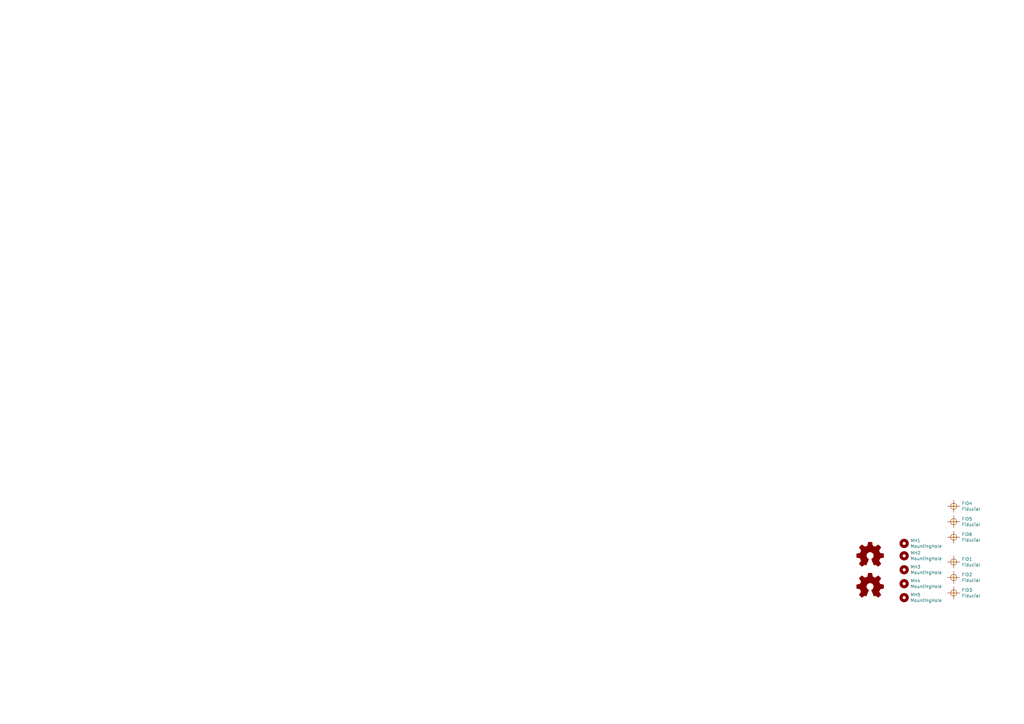
<source format=kicad_sch>
(kicad_sch (version 20230121) (generator eeschema)
  (paper "A3")
  (title_block (title "4G ROTARY CELLPHONE DAUGHTERBOARD") (company "J. Haupt") (comment 1 "Sky's Edge"))
  (lib_symbols
    (symbol "Graphic:Logo_Open_Hardware_Small" (pin_names (offset 1.016))
      (symbol "Logo_Open_Hardware_Small_0_1"
        (polyline (pts (xy 3.3528 -4.3434) (xy 3.302 -4.318) (xy 3.175 -4.2418) (xy 2.9972 -4.1148) (xy 2.7686 -3.9624) (xy 2.54 -3.81) (xy 2.3622 -3.7084) (xy 2.2352 -3.6068) (xy 2.1844 -3.5814) (xy 2.159 -3.6068) (xy 2.0574 -3.6576) (xy 1.905 -3.7338) (xy 1.8034 -3.7846) (xy 1.6764 -3.8354) (xy 1.6002 -3.8354) (xy 1.6002 -3.8354) (xy 1.5494 -3.7338) (xy 1.4732 -3.5306) (xy 1.3462 -3.302) (xy 1.2446 -3.0226) (xy 1.1176 -2.7178) (xy 0.9652 -2.413) (xy 0.8636 -2.1082) (xy 0.7366 -1.8288) (xy 0.6604 -1.6256) (xy 0.6096 -1.4732) (xy 0.5842 -1.397) (xy 0.5842 -1.397) (xy 0.6604 -1.3208) (xy 0.7874 -1.2446) (xy 1.0414 -1.016) (xy 1.2954 -0.6858) (xy 1.4478 -0.3302) (xy 1.524 0.0762) (xy 1.4732 0.4572) (xy 1.3208 0.8128) (xy 1.0668 1.143) (xy 0.762 1.3716) (xy 0.4064 1.524) (xy 0 1.5748) (xy -0.381 1.5494) (xy -0.7366 1.397) (xy -1.0668 1.143) (xy -1.2192 0.9906) (xy -1.397 0.6604) (xy -1.524 0.3048) (xy -1.524 0.2286) (xy -1.4986 -0.1778) (xy -1.397 -0.5334) (xy -1.1938 -0.8636) (xy -0.9144 -1.143) (xy -0.8636 -1.1684) (xy -0.7366 -1.27) (xy -0.635 -1.3462) (xy -0.5842 -1.397) (xy -1.0668 -2.5908) (xy -1.143 -2.794) (xy -1.2954 -3.1242) (xy -1.397 -3.4036) (xy -1.4986 -3.6322) (xy -1.5748 -3.7846) (xy -1.6002 -3.8354) (xy -1.6002 -3.8354) (xy -1.651 -3.8354) (xy -1.7272 -3.81) (xy -1.905 -3.7338) (xy -2.0066 -3.683) (xy -2.1336 -3.6068) (xy -2.2098 -3.5814) (xy -2.2606 -3.6068) (xy -2.3622 -3.683) (xy -2.54 -3.81) (xy -2.7686 -3.9624) (xy -2.9718 -4.0894) (xy -3.1496 -4.2164) (xy -3.302 -4.318) (xy -3.3528 -4.3434) (xy -3.3782 -4.3434) (xy -3.429 -4.318) (xy -3.5306 -4.2164) (xy -3.7084 -4.064) (xy -3.937 -3.8354) (xy -3.9624 -3.81) (xy -4.1656 -3.6068) (xy -4.318 -3.4544) (xy -4.4196 -3.3274) (xy -4.445 -3.2766) (xy -4.445 -3.2766) (xy -4.4196 -3.2258) (xy -4.318 -3.0734) (xy -4.2164 -2.8956) (xy -4.064 -2.667) (xy -3.6576 -2.0828) (xy -3.8862 -1.5494) (xy -3.937 -1.3716) (xy -4.0386 -1.1684) (xy -4.0894 -1.0414) (xy -4.1148 -0.9652) (xy -4.191 -0.9398) (xy -4.318 -0.9144) (xy -4.5466 -0.8636) (xy -4.8006 -0.8128) (xy -5.0546 -0.7874) (xy -5.2578 -0.7366) (xy -5.4356 -0.7112) (xy -5.5118 -0.6858) (xy -5.5118 -0.6858) (xy -5.5372 -0.635) (xy -5.5372 -0.5588) (xy -5.5372 -0.4318) (xy -5.5626 -0.2286) (xy -5.5626 0.0762) (xy -5.5626 0.127) (xy -5.5372 0.4064) (xy -5.5372 0.635) (xy -5.5372 0.762) (xy -5.5372 0.8382) (xy -5.5372 0.8382) (xy -5.461 0.8382) (xy -5.3086 0.889) (xy -5.08 0.9144) (xy -4.826 0.9652) (xy -4.8006 0.9906) (xy -4.5466 1.0414) (xy -4.318 1.0668) (xy -4.1656 1.1176) (xy -4.0894 1.143) (xy -4.0894 1.143) (xy -4.0386 1.2446) (xy -3.9624 1.4224) (xy -3.8608 1.6256) (xy -3.7846 1.8288) (xy -3.7084 2.0066) (xy -3.6576 2.159) (xy -3.6322 2.2098) (xy -3.6322 2.2098) (xy -3.683 2.286) (xy -3.7592 2.413) (xy -3.8862 2.5908) (xy -4.064 2.8194) (xy -4.064 2.8448) (xy -4.2164 3.0734) (xy -4.3434 3.2512) (xy -4.4196 3.3782) (xy -4.445 3.4544) (xy -4.445 3.4544) (xy -4.3942 3.5052) (xy -4.2926 3.6322) (xy -4.1148 3.81) (xy -3.937 4.0132) (xy -3.8608 4.064) (xy -3.6576 4.2926) (xy -3.5052 4.4196) (xy -3.4036 4.4958) (xy -3.3528 4.5212) (xy -3.3528 4.5212) (xy -3.302 4.4704) (xy -3.1496 4.3688) (xy -2.9718 4.2418) (xy -2.7432 4.0894) (xy -2.7178 4.0894) (xy -2.4892 3.937) (xy -2.3114 3.81) (xy -2.1844 3.7084) (xy -2.1336 3.683) (xy -2.1082 3.683) (xy -2.032 3.7084) (xy -1.8542 3.7592) (xy -1.6764 3.8354) (xy -1.4732 3.937) (xy -1.27 4.0132) (xy -1.143 4.064) (xy -1.0668 4.1148) (xy -1.0668 4.1148) (xy -1.0414 4.191) (xy -1.016 4.3434) (xy -0.9652 4.572) (xy -0.9144 4.8514) (xy -0.889 4.9022) (xy -0.8382 5.1562) (xy -0.8128 5.3848) (xy -0.7874 5.5372) (xy -0.762 5.588) (xy -0.7112 5.6134) (xy -0.5842 5.6134) (xy -0.4064 5.6134) (xy -0.1524 5.6134) (xy 0.0762 5.6134) (xy 0.3302 5.6134) (xy 0.5334 5.6134) (xy 0.6858 5.588) (xy 0.7366 5.588) (xy 0.7366 5.588) (xy 0.762 5.5118) (xy 0.8128 5.334) (xy 0.8382 5.1054) (xy 0.9144 4.826) (xy 0.9144 4.7752) (xy 0.9652 4.5212) (xy 1.016 4.2926) (xy 1.0414 4.1402) (xy 1.0668 4.0894) (xy 1.0668 4.0894) (xy 1.1938 4.0386) (xy 1.3716 3.9624) (xy 1.5748 3.8608) (xy 2.0828 3.6576) (xy 2.7178 4.0894) (xy 2.7686 4.1402) (xy 2.9972 4.2926) (xy 3.175 4.4196) (xy 3.302 4.4958) (xy 3.3782 4.5212) (xy 3.3782 4.5212) (xy 3.429 4.4704) (xy 3.556 4.3434) (xy 3.7338 4.191) (xy 3.9116 3.9878) (xy 4.064 3.8354) (xy 4.2418 3.6576) (xy 4.3434 3.556) (xy 4.4196 3.4798) (xy 4.4196 3.429) (xy 4.4196 3.4036) (xy 4.3942 3.3274) (xy 4.2926 3.2004) (xy 4.1656 2.9972) (xy 4.0132 2.794) (xy 3.8862 2.5908) (xy 3.7592 2.3876) (xy 3.6576 2.2352) (xy 3.6322 2.159) (xy 3.6322 2.1336) (xy 3.683 2.0066) (xy 3.7592 1.8288) (xy 3.8608 1.6002) (xy 4.064 1.1176) (xy 4.3942 1.0414) (xy 4.5974 1.016) (xy 4.8768 0.9652) (xy 5.1308 0.9144) (xy 5.5372 0.8382) (xy 5.5626 -0.6604) (xy 5.4864 -0.6858) (xy 5.4356 -0.6858) (xy 5.2832 -0.7366) (xy 5.0546 -0.762) (xy 4.8006 -0.8128) (xy 4.5974 -0.8636) (xy 4.3688 -0.9144) (xy 4.2164 -0.9398) (xy 4.1402 -0.9398) (xy 4.1148 -0.9652) (xy 4.064 -1.0668) (xy 3.9878 -1.2446) (xy 3.9116 -1.4478) (xy 3.81 -1.651) (xy 3.7338 -1.8542) (xy 3.683 -2.0066) (xy 3.6576 -2.0828) (xy 3.683 -2.1336) (xy 3.7846 -2.2606) (xy 3.8862 -2.4638) (xy 4.0386 -2.667) (xy 4.191 -2.8956) (xy 4.318 -3.0734) (xy 4.3942 -3.2004) (xy 4.445 -3.2766) (xy 4.4196 -3.3274) (xy 4.3434 -3.429) (xy 4.1656 -3.5814) (xy 3.937 -3.8354) (xy 3.8862 -3.8608) (xy 3.683 -4.064) (xy 3.5306 -4.2164) (xy 3.4036 -4.318) (xy 3.3528 -4.3434)) (fill (type outline)))
      )
    )
    (symbol "Mechanical:MountingHole" (pin_names (offset 1.016))
      (property "Reference" "H" (at 0 5.08 0))
      (property "Value" "MountingHole" (at 0 3.175 0))
      (symbol "MountingHole_0_1"
        (circle (center 0 0) (radius 1.27) (stroke (width 1.27)))
      )
    )
    (symbol "MyLibrary:Fiducial" (pin_names (offset 1.016))
      (property "Reference" "FID" (at 0 -3.81 0))
      (property "Value" "MyLibrary_Fiducial" (at 0 3.81 0))
      (symbol "Fiducial_0_1"
        (polyline (pts (xy -2.54 0) (xy 2.54 0)))
        (polyline (pts (xy 0 -2.54) (xy 0 2.54)))
        (circle (center 0 0) (radius 1.27) (fill (type background)))
      )
    )
  )
  (symbol (lib_id "Mechanical:MountingHole") (at 370.84 239.395 0) (unit 1)
    (property "Reference" "MH4" (at 373.38 238.2266 0) (effects (justify left)))
    (property "Value" "MountingHole" (at 373.38 240.538 0) (effects (justify left)))
    (property "Footprint" "MountingHole:MountingHole_2.2mm_M2" (effects hide))
  )
  (symbol (lib_id "MyLibrary:Fiducial") (at 391.16 207.645 0) (unit 1)
    (property "Reference" "FID4" (at 394.4112 206.4766 0) (effects (justify left)))
    (property "Value" "Fiducial" (at 394.4112 208.788 0) (effects (justify left)))
    (property "Footprint" "Fiducial:Fiducial_0.75mm_Dia_1.5mm_Outer" (effects hide))
  )
  (symbol (lib_id "MyLibrary:Fiducial") (at 391.16 213.995 0) (unit 1)
    (property "Reference" "FID5" (at 394.4112 212.8266 0) (effects (justify left)))
    (property "Value" "Fiducial" (at 394.4112 215.138 0) (effects (justify left)))
    (property "Footprint" "Fiducial:Fiducial_0.75mm_Dia_1.5mm_Outer" (effects hide))
  )
  (symbol (lib_id "MyLibrary:Fiducial") (at 391.16 220.345 0) (unit 1)
    (property "Reference" "FID6" (at 394.4112 219.1766 0) (effects (justify left)))
    (property "Value" "Fiducial" (at 394.4112 221.488 0) (effects (justify left)))
    (property "Footprint" "Fiducial:Fiducial_0.75mm_Dia_1.5mm_Outer" (effects hide))
  )
  (symbol (lib_id "Graphic:Logo_Open_Hardware_Small") (at 356.87 227.965 0) (unit 1)
    (property "Reference" "LOGO1" (effects hide))
    (property "Value" "Logo1" (effects hide))
    (property "Footprint" "MyFootprints:SkysEdge_18mm" (effects hide))
  )
  (symbol (lib_id "Graphic:Logo_Open_Hardware_Small") (at 356.87 240.665 0) (unit 1)
    (property "Reference" "LOGO2" (effects hide))
    (property "Value" "Logo2" (effects hide))
    (property "Footprint" "MyFootprints:SkysEdge_18mm" (effects hide))
  )
  (symbol (lib_id "MyLibrary:Fiducial") (at 391.16 236.855 0) (unit 1)
    (property "Reference" "FID2" (at 394.4112 235.6866 0) (effects (justify left)))
    (property "Value" "Fiducial" (at 394.4112 237.998 0) (effects (justify left)))
    (property "Footprint" "Fiducial:Fiducial_0.75mm_Dia_1.5mm_Outer" (effects hide))
  )
  (symbol (lib_id "MyLibrary:Fiducial") (at 391.16 230.505 0) (unit 1)
    (property "Reference" "FID1" (at 394.4112 229.3366 0) (effects (justify left)))
    (property "Value" "Fiducial" (at 394.4112 231.648 0) (effects (justify left)))
    (property "Footprint" "Fiducial:Fiducial_0.75mm_Dia_1.5mm_Outer" (effects hide))
  )
  (symbol (lib_id "MyLibrary:Fiducial") (at 391.16 243.205 0) (unit 1)
    (property "Reference" "FID3" (at 394.4112 242.0366 0) (effects (justify left)))
    (property "Value" "Fiducial" (at 394.4112 244.348 0) (effects (justify left)))
    (property "Footprint" "Fiducial:Fiducial_0.75mm_Dia_1.5mm_Outer" (effects hide))
  )
  (symbol (lib_id "Mechanical:MountingHole") (at 370.84 227.965 0) (unit 1)
    (property "Reference" "MH2" (at 373.38 226.7966 0) (effects (justify left)))
    (property "Value" "MountingHole" (at 373.38 229.108 0) (effects (justify left)))
    (property "Footprint" "MountingHole:MountingHole_2.2mm_M2" (effects hide))
  )
  (symbol (lib_id "Mechanical:MountingHole") (at 370.84 222.885 0) (unit 1)
    (property "Reference" "MH1" (at 373.38 221.7166 0) (effects (justify left)))
    (property "Value" "MountingHole" (at 373.38 224.028 0) (effects (justify left)))
    (property "Footprint" "MountingHole:MountingHole_2.2mm_M2" (effects hide))
  )
  (symbol (lib_id "Mechanical:MountingHole") (at 370.84 245.11 0) (unit 1)
    (property "Reference" "MH5" (at 373.38 243.9416 0) (effects (justify left)))
    (property "Value" "MountingHole" (at 373.38 246.253 0) (effects (justify left)))
    (property "Footprint" "MountingHole:MountingHole_2.2mm_M2" (effects hide))
  )
  (symbol (lib_id "Mechanical:MountingHole") (at 370.84 233.68 0) (unit 1)
    (property "Reference" "MH3" (at 373.38 232.5116 0) (effects (justify left)))
    (property "Value" "MountingHole" (at 373.38 234.823 0) (effects (justify left)))
    (property "Footprint" "MountingHole:MountingHole_2.2mm_M2" (effects hide))
  )
)
</source>
